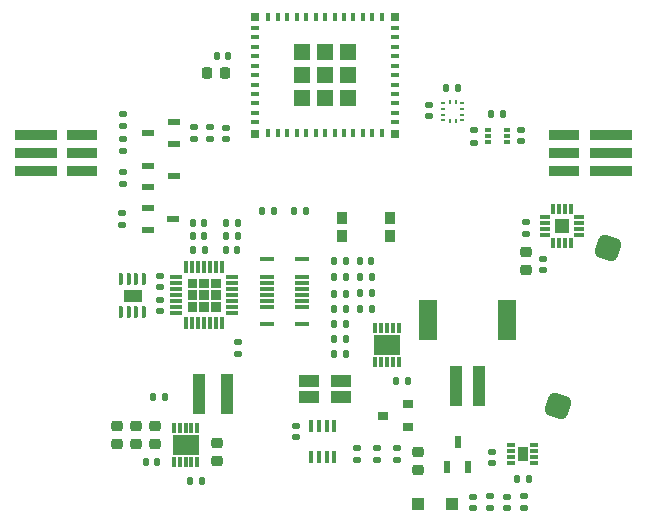
<source format=gbr>
%TF.GenerationSoftware,KiCad,Pcbnew,7.0.5*%
%TF.CreationDate,2024-03-28T22:27:53-05:00*%
%TF.ProjectId,LEDSphere,4c454453-7068-4657-9265-2e6b69636164,rev?*%
%TF.SameCoordinates,Original*%
%TF.FileFunction,Paste,Top*%
%TF.FilePolarity,Positive*%
%FSLAX46Y46*%
G04 Gerber Fmt 4.6, Leading zero omitted, Abs format (unit mm)*
G04 Created by KiCad (PCBNEW 7.0.5) date 2024-03-28 22:27:53*
%MOMM*%
%LPD*%
G01*
G04 APERTURE LIST*
G04 Aperture macros list*
%AMRoundRect*
0 Rectangle with rounded corners*
0 $1 Rounding radius*
0 $2 $3 $4 $5 $6 $7 $8 $9 X,Y pos of 4 corners*
0 Add a 4 corners polygon primitive as box body*
4,1,4,$2,$3,$4,$5,$6,$7,$8,$9,$2,$3,0*
0 Add four circle primitives for the rounded corners*
1,1,$1+$1,$2,$3*
1,1,$1+$1,$4,$5*
1,1,$1+$1,$6,$7*
1,1,$1+$1,$8,$9*
0 Add four rect primitives between the rounded corners*
20,1,$1+$1,$2,$3,$4,$5,0*
20,1,$1+$1,$4,$5,$6,$7,0*
20,1,$1+$1,$6,$7,$8,$9,0*
20,1,$1+$1,$8,$9,$2,$3,0*%
G04 Aperture macros list end*
%ADD10C,0.010000*%
%ADD11C,0.100000*%
%ADD12RoundRect,0.008100X-0.126900X0.451900X-0.126900X-0.451900X0.126900X-0.451900X0.126900X0.451900X0*%
%ADD13R,1.000000X0.300000*%
%ADD14R,0.300000X1.000000*%
%ADD15R,1.090000X0.610000*%
%ADD16R,3.550000X0.850000*%
%ADD17R,2.650000X0.850000*%
%ADD18R,0.800000X0.400000*%
%ADD19R,0.400000X0.800000*%
%ADD20R,1.450000X1.450000*%
%ADD21R,0.700000X0.700000*%
%ADD22R,0.410000X0.280000*%
%ADD23R,0.280000X0.410000*%
%ADD24R,0.475000X0.300000*%
%ADD25R,1.150000X0.300000*%
%ADD26RoundRect,0.135000X0.185000X-0.135000X0.185000X0.135000X-0.185000X0.135000X-0.185000X-0.135000X0*%
%ADD27RoundRect,0.135000X0.135000X0.185000X-0.135000X0.185000X-0.135000X-0.185000X0.135000X-0.185000X0*%
%ADD28RoundRect,0.135000X-0.185000X0.135000X-0.185000X-0.135000X0.185000X-0.135000X0.185000X0.135000X0*%
%ADD29RoundRect,0.140000X-0.170000X0.140000X-0.170000X-0.140000X0.170000X-0.140000X0.170000X0.140000X0*%
%ADD30RoundRect,0.500000X0.326506X-0.627211X0.627211X0.326506X-0.326506X0.627211X-0.627211X-0.326506X0*%
%ADD31RoundRect,0.225000X-0.250000X0.225000X-0.250000X-0.225000X0.250000X-0.225000X0.250000X0.225000X0*%
%ADD32RoundRect,0.140000X-0.140000X-0.170000X0.140000X-0.170000X0.140000X0.170000X-0.140000X0.170000X0*%
%ADD33R,0.300000X0.850000*%
%ADD34R,2.250000X1.700000*%
%ADD35RoundRect,0.140000X0.170000X-0.140000X0.170000X0.140000X-0.170000X0.140000X-0.170000X-0.140000X0*%
%ADD36RoundRect,0.140000X0.140000X0.170000X-0.140000X0.170000X-0.140000X-0.170000X0.140000X-0.170000X0*%
%ADD37RoundRect,0.225000X0.225000X0.250000X-0.225000X0.250000X-0.225000X-0.250000X0.225000X-0.250000X0*%
%ADD38RoundRect,0.135000X-0.135000X-0.185000X0.135000X-0.185000X0.135000X0.185000X-0.135000X0.185000X0*%
%ADD39RoundRect,0.225000X0.250000X-0.225000X0.250000X0.225000X-0.250000X0.225000X-0.250000X-0.225000X0*%
%ADD40R,0.900000X0.800000*%
%ADD41RoundRect,0.147500X0.147500X0.172500X-0.147500X0.172500X-0.147500X-0.172500X0.147500X-0.172500X0*%
%ADD42R,1.750000X1.100000*%
%ADD43R,0.750000X0.300000*%
%ADD44R,0.900000X1.300000*%
%ADD45R,0.610000X1.090000*%
%ADD46R,1.000000X3.500000*%
%ADD47R,1.500000X3.400000*%
%ADD48R,0.980000X3.400000*%
%ADD49R,0.900000X1.000000*%
%ADD50R,0.450000X1.050000*%
%ADD51R,0.850000X0.300000*%
%ADD52R,1.250000X1.250000*%
%ADD53RoundRect,0.250000X0.300000X0.300000X-0.300000X0.300000X-0.300000X-0.300000X0.300000X-0.300000X0*%
G04 APERTURE END LIST*
%TO.C,U200*%
D10*
X134495000Y-101550000D02*
X133075000Y-101550000D01*
X133075000Y-100610000D01*
X134495000Y-100610000D01*
X134495000Y-101550000D01*
G36*
X134495000Y-101550000D02*
G01*
X133075000Y-101550000D01*
X133075000Y-100610000D01*
X134495000Y-100610000D01*
X134495000Y-101550000D01*
G37*
D11*
%TO.C,IC2*%
X141205000Y-102370000D02*
X140455000Y-102370000D01*
X140455000Y-102370000D02*
X140455000Y-101620000D01*
X140455000Y-101620000D02*
X141205000Y-101620000D01*
X141205000Y-101620000D02*
X141205000Y-102370000D01*
G36*
X141205000Y-102370000D02*
G01*
X140455000Y-102370000D01*
X140455000Y-101620000D01*
X141205000Y-101620000D01*
X141205000Y-102370000D01*
G37*
X141205000Y-101370000D02*
X140455000Y-101370000D01*
X140455000Y-101370000D02*
X140455000Y-100620000D01*
X140455000Y-100620000D02*
X141205000Y-100620000D01*
X141205000Y-100620000D02*
X141205000Y-101370000D01*
G36*
X141205000Y-101370000D02*
G01*
X140455000Y-101370000D01*
X140455000Y-100620000D01*
X141205000Y-100620000D01*
X141205000Y-101370000D01*
G37*
X141205000Y-100370000D02*
X140455000Y-100370000D01*
X140455000Y-100370000D02*
X140455000Y-99620000D01*
X140455000Y-99620000D02*
X141205000Y-99620000D01*
X141205000Y-99620000D02*
X141205000Y-100370000D01*
G36*
X141205000Y-100370000D02*
G01*
X140455000Y-100370000D01*
X140455000Y-99620000D01*
X141205000Y-99620000D01*
X141205000Y-100370000D01*
G37*
X140205000Y-102370000D02*
X139455000Y-102370000D01*
X139455000Y-102370000D02*
X139455000Y-101620000D01*
X139455000Y-101620000D02*
X140205000Y-101620000D01*
X140205000Y-101620000D02*
X140205000Y-102370000D01*
G36*
X140205000Y-102370000D02*
G01*
X139455000Y-102370000D01*
X139455000Y-101620000D01*
X140205000Y-101620000D01*
X140205000Y-102370000D01*
G37*
X140205000Y-101370000D02*
X139455000Y-101370000D01*
X139455000Y-101370000D02*
X139455000Y-100620000D01*
X139455000Y-100620000D02*
X140205000Y-100620000D01*
X140205000Y-100620000D02*
X140205000Y-101370000D01*
G36*
X140205000Y-101370000D02*
G01*
X139455000Y-101370000D01*
X139455000Y-100620000D01*
X140205000Y-100620000D01*
X140205000Y-101370000D01*
G37*
X140205000Y-100370000D02*
X139455000Y-100370000D01*
X139455000Y-100370000D02*
X139455000Y-99620000D01*
X139455000Y-99620000D02*
X140205000Y-99620000D01*
X140205000Y-99620000D02*
X140205000Y-100370000D01*
G36*
X140205000Y-100370000D02*
G01*
X139455000Y-100370000D01*
X139455000Y-99620000D01*
X140205000Y-99620000D01*
X140205000Y-100370000D01*
G37*
X139205000Y-102370000D02*
X138455000Y-102370000D01*
X138455000Y-102370000D02*
X138455000Y-101620000D01*
X138455000Y-101620000D02*
X139205000Y-101620000D01*
X139205000Y-101620000D02*
X139205000Y-102370000D01*
G36*
X139205000Y-102370000D02*
G01*
X138455000Y-102370000D01*
X138455000Y-101620000D01*
X139205000Y-101620000D01*
X139205000Y-102370000D01*
G37*
X139205000Y-101370000D02*
X138455000Y-101370000D01*
X138455000Y-101370000D02*
X138455000Y-100620000D01*
X138455000Y-100620000D02*
X139205000Y-100620000D01*
X139205000Y-100620000D02*
X139205000Y-101370000D01*
G36*
X139205000Y-101370000D02*
G01*
X138455000Y-101370000D01*
X138455000Y-100620000D01*
X139205000Y-100620000D01*
X139205000Y-101370000D01*
G37*
X139205000Y-100370000D02*
X138455000Y-100370000D01*
X138455000Y-100370000D02*
X138455000Y-99620000D01*
X138455000Y-99620000D02*
X139205000Y-99620000D01*
X139205000Y-99620000D02*
X139205000Y-100370000D01*
G36*
X139205000Y-100370000D02*
G01*
X138455000Y-100370000D01*
X138455000Y-99620000D01*
X139205000Y-99620000D01*
X139205000Y-100370000D01*
G37*
%TD*%
D12*
%TO.C,U200*%
X134760000Y-99690000D03*
X134110000Y-99690000D03*
X133460000Y-99690000D03*
X132810000Y-99690000D03*
X132810000Y-102470000D03*
X133460000Y-102470000D03*
X134110000Y-102470000D03*
X134760000Y-102470000D03*
%TD*%
D13*
%TO.C,IC2*%
X142200000Y-102490000D03*
X142200000Y-101990000D03*
X142200000Y-101490000D03*
X142200000Y-100990000D03*
X142200000Y-100490000D03*
X142200000Y-99990000D03*
X142200000Y-99490000D03*
D14*
X141350000Y-98640000D03*
X140850000Y-98640000D03*
X140350000Y-98640000D03*
X139850000Y-98640000D03*
X139350000Y-98640000D03*
X138850000Y-98640000D03*
X138350000Y-98640000D03*
D13*
X137500000Y-99490000D03*
X137500000Y-99990000D03*
X137500000Y-100490000D03*
X137500000Y-100990000D03*
X137500000Y-101490000D03*
X137500000Y-101990000D03*
X137500000Y-102490000D03*
D14*
X138350000Y-103340000D03*
X138850000Y-103340000D03*
X139350000Y-103340000D03*
X139850000Y-103340000D03*
X140350000Y-103340000D03*
X140850000Y-103340000D03*
X141350000Y-103340000D03*
%TD*%
D15*
%TO.C,Q100*%
X137275000Y-88185000D03*
X137275000Y-86355000D03*
X135135000Y-87270000D03*
%TD*%
D16*
%TO.C,J101*%
X174260000Y-90470000D03*
X174260000Y-88970000D03*
X174260000Y-87470000D03*
D17*
X170360000Y-87470000D03*
X170360000Y-88970000D03*
X170360000Y-90470000D03*
%TD*%
D16*
%TO.C,J100*%
X125650000Y-87470000D03*
X125650000Y-88970000D03*
X125650000Y-90470000D03*
D17*
X129550000Y-90470000D03*
X129550000Y-88970000D03*
X129550000Y-87470000D03*
%TD*%
D18*
%TO.C,IC1*%
X144200000Y-78390000D03*
X144200000Y-79190000D03*
X144200000Y-79990000D03*
X144200000Y-80790000D03*
X144200000Y-81590000D03*
X144200000Y-82390000D03*
X144200000Y-83190000D03*
X144200000Y-83990000D03*
X144200000Y-84790000D03*
X144200000Y-85590000D03*
X144200000Y-86390000D03*
D19*
X145300000Y-87290000D03*
X146100000Y-87290000D03*
X146900000Y-87290000D03*
X147700000Y-87290000D03*
X148500000Y-87290000D03*
X149300000Y-87290000D03*
X150100000Y-87290000D03*
X150900000Y-87290000D03*
X151700000Y-87290000D03*
X152500000Y-87290000D03*
X153300000Y-87290000D03*
X154100000Y-87290000D03*
X154900000Y-87290000D03*
D18*
X156000000Y-86390000D03*
X156000000Y-85590000D03*
X156000000Y-84790000D03*
X156000000Y-83990000D03*
X156000000Y-83190000D03*
X156000000Y-82390000D03*
X156000000Y-81590000D03*
X156000000Y-80790000D03*
X156000000Y-79990000D03*
X156000000Y-79190000D03*
X156000000Y-78390000D03*
D19*
X154900000Y-77490000D03*
X154100000Y-77490000D03*
X153300000Y-77490000D03*
X152500000Y-77490000D03*
X151700000Y-77490000D03*
X150900000Y-77490000D03*
X150100000Y-77490000D03*
X149300000Y-77490000D03*
X148500000Y-77490000D03*
X147700000Y-77490000D03*
X146900000Y-77490000D03*
X146100000Y-77490000D03*
X145300000Y-77490000D03*
D20*
X150100000Y-82390000D03*
X152075000Y-80415000D03*
X150100000Y-80415000D03*
X148125000Y-80415000D03*
X148125000Y-82390000D03*
X148125000Y-84365000D03*
X150100000Y-84365000D03*
X152075000Y-84365000D03*
X152075000Y-82390000D03*
D21*
X144150000Y-77440000D03*
X144150000Y-87340000D03*
X156050000Y-87340000D03*
X156050000Y-77440000D03*
%TD*%
D22*
%TO.C,U1*%
X161719830Y-86230000D03*
X161719830Y-85730000D03*
X161719830Y-85230000D03*
X161719830Y-84730000D03*
D23*
X161154830Y-84665000D03*
X160654830Y-84665000D03*
D22*
X160089830Y-84730000D03*
X160089830Y-85230000D03*
X160089830Y-85730000D03*
X160089830Y-86230000D03*
D23*
X160654830Y-86295000D03*
X161154830Y-86295000D03*
%TD*%
D24*
%TO.C,IC3*%
X165522830Y-87050000D03*
X165522830Y-87550000D03*
X165522830Y-88050000D03*
X163846830Y-88050000D03*
X163846830Y-87550000D03*
X163846830Y-87050000D03*
%TD*%
D25*
%TO.C,J200*%
X145180000Y-103490000D03*
X145180000Y-101990000D03*
X145180000Y-101490000D03*
X145180000Y-100990000D03*
X145180000Y-100490000D03*
X145180000Y-99990000D03*
X145180000Y-99490000D03*
X145180000Y-97990000D03*
X148150000Y-97990000D03*
X148150000Y-99490000D03*
X148150000Y-99990000D03*
X148150000Y-100490000D03*
X148150000Y-100990000D03*
X148150000Y-101490000D03*
X148150000Y-101990000D03*
X148150000Y-103490000D03*
%TD*%
D26*
%TO.C,R7*%
X132935000Y-95120000D03*
X132935000Y-94100000D03*
%TD*%
D27*
%TO.C,R201*%
X151900000Y-103437500D03*
X150880000Y-103437500D03*
%TD*%
D28*
%TO.C,R8*%
X162700000Y-87080000D03*
X162700000Y-88100000D03*
%TD*%
D29*
%TO.C,C12*%
X168510000Y-97960000D03*
X168510000Y-98920000D03*
%TD*%
D30*
%TO.C,LS1*%
X169800118Y-110422038D03*
X174010000Y-97070000D03*
%TD*%
D31*
%TO.C,C207*%
X134050000Y-112080000D03*
X134050000Y-113630000D03*
%TD*%
D32*
%TO.C,C200*%
X150890000Y-99472500D03*
X151850000Y-99472500D03*
%TD*%
D27*
%TO.C,R209*%
X167400000Y-116550000D03*
X166380000Y-116550000D03*
%TD*%
D33*
%TO.C,IC200*%
X156350000Y-103790000D03*
X155850000Y-103790000D03*
X155350000Y-103790000D03*
X154850000Y-103790000D03*
X154350000Y-103790000D03*
X154350000Y-106690000D03*
X154850000Y-106690000D03*
X155350000Y-106690000D03*
X155850000Y-106690000D03*
X156350000Y-106690000D03*
D34*
X155350000Y-105240000D03*
%TD*%
D35*
%TO.C,C213*%
X165483332Y-119040000D03*
X165483332Y-118080000D03*
%TD*%
D29*
%TO.C,C209*%
X164200000Y-114280000D03*
X164200000Y-115240000D03*
%TD*%
D36*
%TO.C,C3*%
X154010000Y-98150000D03*
X153050000Y-98150000D03*
%TD*%
D33*
%TO.C,IC202*%
X139280000Y-112235000D03*
X138780000Y-112235000D03*
X138280000Y-112235000D03*
X137780000Y-112235000D03*
X137280000Y-112235000D03*
X137280000Y-115135000D03*
X137780000Y-115135000D03*
X138280000Y-115135000D03*
X138780000Y-115135000D03*
X139280000Y-115135000D03*
D34*
X138280000Y-113685000D03*
%TD*%
D37*
%TO.C,C1*%
X141625000Y-82250000D03*
X140075000Y-82250000D03*
%TD*%
D31*
%TO.C,C206*%
X132460000Y-112080000D03*
X132460000Y-113630000D03*
%TD*%
D27*
%TO.C,R204*%
X148450000Y-93920000D03*
X147430000Y-93920000D03*
%TD*%
D38*
%TO.C,R213*%
X138640000Y-116720000D03*
X139660000Y-116720000D03*
%TD*%
%TO.C,R2*%
X138880000Y-97180000D03*
X139900000Y-97180000D03*
%TD*%
D29*
%TO.C,C8*%
X166700000Y-87040000D03*
X166700000Y-88000000D03*
%TD*%
D26*
%TO.C,R6*%
X167100000Y-95880000D03*
X167100000Y-94860000D03*
%TD*%
D27*
%TO.C,R3*%
X142690000Y-96030000D03*
X141670000Y-96030000D03*
%TD*%
D15*
%TO.C,Q1*%
X135115000Y-93635000D03*
X135115000Y-95465000D03*
X137255000Y-94550000D03*
%TD*%
D39*
%TO.C,C205*%
X140930000Y-115090000D03*
X140930000Y-113540000D03*
%TD*%
D36*
%TO.C,C6*%
X139870000Y-94870000D03*
X138910000Y-94870000D03*
%TD*%
D40*
%TO.C,Q200*%
X157090000Y-112170000D03*
X157090000Y-110270000D03*
X154990000Y-111220000D03*
%TD*%
D26*
%TO.C,R211*%
X152790000Y-115010000D03*
X152790000Y-113990000D03*
%TD*%
D28*
%TO.C,R5*%
X132955000Y-90580000D03*
X132955000Y-91600000D03*
%TD*%
D36*
%TO.C,C9*%
X160370000Y-83480000D03*
X161330000Y-83480000D03*
%TD*%
D41*
%TO.C,D201*%
X154035000Y-100827500D03*
X153065000Y-100827500D03*
%TD*%
D29*
%TO.C,C204*%
X147630000Y-112080000D03*
X147630000Y-113040000D03*
%TD*%
%TO.C,C202*%
X136150000Y-99400000D03*
X136150000Y-100360000D03*
%TD*%
D35*
%TO.C,C5*%
X141710000Y-87790000D03*
X141710000Y-86830000D03*
%TD*%
D26*
%TO.C,R216*%
X154490000Y-115010000D03*
X154490000Y-113990000D03*
%TD*%
D31*
%TO.C,C212*%
X157930000Y-114275000D03*
X157930000Y-115825000D03*
%TD*%
D42*
%TO.C,R212*%
X151450000Y-109660000D03*
X151450000Y-108260000D03*
X148700000Y-108260000D03*
X148700000Y-109660000D03*
%TD*%
D36*
%TO.C,C7*%
X139870000Y-96030000D03*
X138910000Y-96030000D03*
%TD*%
D38*
%TO.C,R9*%
X165150000Y-85690000D03*
X164130000Y-85690000D03*
%TD*%
D43*
%TO.C,IC201*%
X165810000Y-113730000D03*
X165810000Y-114230000D03*
X165810000Y-114730000D03*
X165810000Y-115230000D03*
X167810000Y-115230000D03*
X167810000Y-114730000D03*
X167810000Y-114230000D03*
X167810000Y-113730000D03*
D44*
X166810000Y-114480000D03*
%TD*%
D38*
%TO.C,R4*%
X141670000Y-94890000D03*
X142690000Y-94890000D03*
%TD*%
D29*
%TO.C,C10*%
X158930000Y-85870000D03*
X158930000Y-84910000D03*
%TD*%
D45*
%TO.C,Q201*%
X160395000Y-115590000D03*
X162225000Y-115590000D03*
X161310000Y-113450000D03*
%TD*%
D38*
%TO.C,R206*%
X150880000Y-104710000D03*
X151900000Y-104710000D03*
%TD*%
D26*
%TO.C,R101*%
X138960000Y-87820000D03*
X138960000Y-86800000D03*
%TD*%
%TO.C,R215*%
X166930000Y-119070000D03*
X166930000Y-118050000D03*
%TD*%
D36*
%TO.C,C210*%
X135880000Y-115140000D03*
X134920000Y-115140000D03*
%TD*%
D15*
%TO.C,Q2*%
X135135000Y-90055000D03*
X135135000Y-91885000D03*
X137275000Y-90970000D03*
%TD*%
D26*
%TO.C,R217*%
X156190000Y-115010000D03*
X156190000Y-113990000D03*
%TD*%
D27*
%TO.C,R210*%
X136580000Y-109630000D03*
X135560000Y-109630000D03*
%TD*%
D46*
%TO.C,J201*%
X163160000Y-108698000D03*
X161160000Y-108698000D03*
D47*
X165510000Y-103148000D03*
X158810000Y-103148000D03*
%TD*%
D31*
%TO.C,C208*%
X135670000Y-112080000D03*
X135670000Y-113630000D03*
%TD*%
D36*
%TO.C,C2*%
X141880000Y-80800000D03*
X140920000Y-80800000D03*
%TD*%
D41*
%TO.C,D202*%
X154035000Y-99472500D03*
X153065000Y-99472500D03*
%TD*%
D27*
%TO.C,R200*%
X151900000Y-100892500D03*
X150880000Y-100892500D03*
%TD*%
%TO.C,R203*%
X145790000Y-93920000D03*
X144770000Y-93920000D03*
%TD*%
D48*
%TO.C,L200*%
X141765000Y-109405000D03*
X139395000Y-109405000D03*
%TD*%
D26*
%TO.C,R1*%
X140340000Y-87820000D03*
X140340000Y-86800000D03*
%TD*%
%TO.C,R208*%
X142700000Y-105980000D03*
X142700000Y-104960000D03*
%TD*%
D36*
%TO.C,C4*%
X142660000Y-97180000D03*
X141700000Y-97180000D03*
%TD*%
D49*
%TO.C,SW1*%
X151530000Y-96050000D03*
X151530000Y-94450000D03*
X155630000Y-96050000D03*
X155630000Y-94450000D03*
%TD*%
D26*
%TO.C,R214*%
X164036666Y-119070000D03*
X164036666Y-118050000D03*
%TD*%
D29*
%TO.C,C211*%
X162590000Y-118080000D03*
X162590000Y-119040000D03*
%TD*%
D27*
%TO.C,R202*%
X151900000Y-102165000D03*
X150880000Y-102165000D03*
%TD*%
D50*
%TO.C,IC203*%
X150885000Y-112075000D03*
X150235000Y-112075000D03*
X149585000Y-112075000D03*
X148935000Y-112075000D03*
X148935000Y-114725000D03*
X149585000Y-114725000D03*
X150235000Y-114725000D03*
X150885000Y-114725000D03*
%TD*%
D35*
%TO.C,C201*%
X136150000Y-102350000D03*
X136150000Y-101390000D03*
%TD*%
D28*
%TO.C,R102*%
X133010000Y-85660000D03*
X133010000Y-86680000D03*
%TD*%
D38*
%TO.C,R205*%
X150880000Y-105982500D03*
X151900000Y-105982500D03*
%TD*%
D31*
%TO.C,C11*%
X167090000Y-97355000D03*
X167090000Y-98905000D03*
%TD*%
D51*
%TO.C,IC4*%
X168680000Y-94430000D03*
X168680000Y-94930000D03*
X168680000Y-95430000D03*
X168680000Y-95930000D03*
D33*
X169380000Y-96630000D03*
X169880000Y-96630000D03*
X170380000Y-96630000D03*
X170880000Y-96630000D03*
D51*
X171580000Y-95930000D03*
X171580000Y-95430000D03*
X171580000Y-94930000D03*
X171580000Y-94430000D03*
D33*
X170880000Y-93730000D03*
X170380000Y-93730000D03*
X169880000Y-93730000D03*
X169380000Y-93730000D03*
D52*
X170130000Y-95180000D03*
%TD*%
D32*
%TO.C,C203*%
X156140000Y-108270000D03*
X157100000Y-108270000D03*
%TD*%
D41*
%TO.C,D200*%
X154035000Y-102182500D03*
X153065000Y-102182500D03*
%TD*%
D28*
%TO.C,R100*%
X133000000Y-87820000D03*
X133000000Y-88840000D03*
%TD*%
D27*
%TO.C,R207*%
X151880000Y-98160000D03*
X150860000Y-98160000D03*
%TD*%
D53*
%TO.C,D203*%
X160800000Y-118670000D03*
X158000000Y-118670000D03*
%TD*%
M02*

</source>
